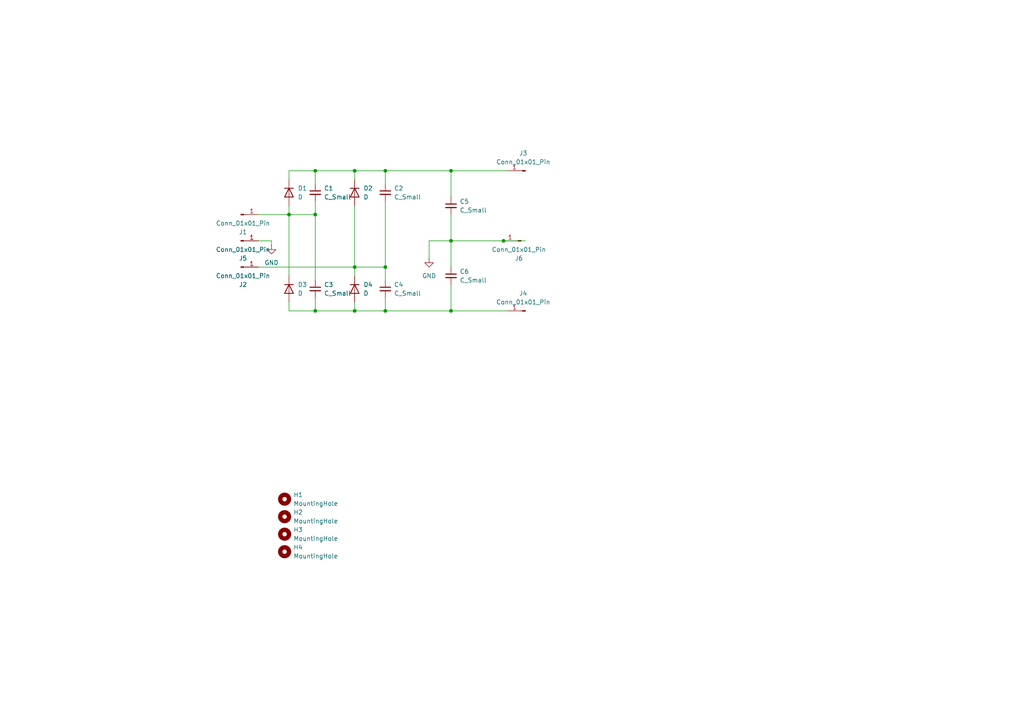
<source format=kicad_sch>
(kicad_sch (version 20231120) (generator "eeschema") (generator_version "8.0")
  (paper "A4")
  (lib_symbols
    (symbol "Connector:Conn_01x01_Pin" (pin_names (offset 1.016) hide)
      (property "Reference" "J" (at 0 2.54 0))
      (property "Value" "Conn_01x01_Pin" (at 0 -2.54 0))
      (symbol "Conn_01x01_Pin_1_1"
        (polyline (pts (xy 1.27 0) (xy 0.8636 0)) (stroke (width 0.1524)))
        (rectangle (start 0.8636 0.127) (end 0 -0.127) (stroke (width 0.1524)) (fill (type outline)))
        (pin passive line (at 5.08 0 180) (length 3.81) (name "Pin_1") (number "1"))
      )
    )
    (symbol "Device:C_Small" (pin_numbers hide) (pin_names (offset 0.254) hide)
      (property "Reference" "C" (at 0.254 1.778 0))
      (property "Value" "C_Small" (at 0.254 -2.032 0))
      (symbol "C_Small_0_1"
        (polyline (pts (xy -1.524 -0.508) (xy 1.524 -0.508)) (stroke (width 0.3302)))
        (polyline (pts (xy -1.524 0.508) (xy 1.524 0.508)) (stroke (width 0.3048)))
      )
      (symbol "C_Small_1_1"
        (pin passive line (at 0 2.54 270) (length 2.032) (name "~") (number "1"))
        (pin passive line (at 0 -2.54 90) (length 2.032) (name "~") (number "2"))
      )
    )
    (symbol "Device:D" (pin_numbers hide) (pin_names (offset 1.016) hide)
      (property "Reference" "D" (at 0 2.54 0))
      (property "Value" "D" (at 0 -2.54 0))
      (symbol "D_0_1"
        (polyline (pts (xy -1.27 1.27) (xy -1.27 -1.27)) (stroke (width 0.254)))
        (polyline (pts (xy 1.27 0) (xy -1.27 0)))
        (polyline (pts (xy 1.27 1.27) (xy 1.27 -1.27) (xy -1.27 0) (xy 1.27 1.27)) (stroke (width 0.254)))
      )
      (symbol "D_1_1"
        (pin passive line (at -3.81 0 0) (length 2.54) (name "K") (number "1"))
        (pin passive line (at 3.81 0 180) (length 2.54) (name "A") (number "2"))
      )
    )
    (symbol "Mechanical:MountingHole" (pin_names (offset 1.016)) (exclude_from_sim yes) (in_bom no)
      (property "Reference" "H" (at 0 5.08 0))
      (property "Value" "MountingHole" (at 0 3.175 0))
      (symbol "MountingHole_0_1"
        (circle (center 0 0) (radius 1.27) (stroke (width 1.27)))
      )
    )
    (symbol "power:GND" (power) (pin_numbers hide) (pin_names (offset 0) hide)
      (property "Value" "GND" (at 0 -3.81 0))
      (symbol "GND_0_1"
        (polyline (pts (xy 0 0) (xy 0 -1.27) (xy 1.27 -1.27) (xy 0 -2.54) (xy -1.27 -1.27) (xy 0 -1.27)))
      )
      (symbol "GND_1_1"
        (pin power_in line (at 0 0 270) (length 0) (name "~") (number "1"))
      )
    )
  )
  (junction (at 111.76 77.47))
  (junction (at 130.81 69.85))
  (junction (at 91.44 90.17))
  (junction (at 102.87 49.53))
  (junction (at 130.81 49.53))
  (junction (at 111.76 90.17))
  (junction (at 130.81 90.17))
  (junction (at 102.87 77.47))
  (junction (at 111.76 49.53))
  (junction (at 102.87 90.17))
  (junction (at 146.05 69.85))
  (junction (at 91.44 49.53))
  (junction (at 83.82 62.23))
  (junction (at 91.44 62.23))
  (wire (pts (xy 102.87 77.47) (xy 102.87 80.01)))
  (wire (pts (xy 91.44 86.36) (xy 91.44 90.17)))
  (wire (pts (xy 111.76 58.42) (xy 111.76 77.47)))
  (wire (pts (xy 111.76 90.17) (xy 130.81 90.17)))
  (wire (pts (xy 91.44 62.23) (xy 91.44 81.28)))
  (wire (pts (xy 146.05 69.85) (xy 130.81 69.85)))
  (wire (pts (xy 130.81 49.53) (xy 147.32 49.53)))
  (wire (pts (xy 83.82 62.23) (xy 83.82 80.01)))
  (wire (pts (xy 111.76 86.36) (xy 111.76 90.17)))
  (wire (pts (xy 130.81 82.55) (xy 130.81 90.17)))
  (wire (pts (xy 102.87 87.63) (xy 102.87 90.17)))
  (wire (pts (xy 74.93 62.23) (xy 83.82 62.23)))
  (wire (pts (xy 111.76 49.53) (xy 130.81 49.53)))
  (wire (pts (xy 130.81 69.85) (xy 124.46 69.85)))
  (wire (pts (xy 111.76 77.47) (xy 111.76 81.28)))
  (wire (pts (xy 83.82 90.17) (xy 91.44 90.17)))
  (wire (pts (xy 102.87 49.53) (xy 111.76 49.53)))
  (wire (pts (xy 83.82 52.07) (xy 83.82 49.53)))
  (wire (pts (xy 130.81 49.53) (xy 130.81 57.15)))
  (wire (pts (xy 130.81 69.85) (xy 130.81 77.47)))
  (wire (pts (xy 102.87 90.17) (xy 111.76 90.17)))
  (wire (pts (xy 130.81 90.17) (xy 147.32 90.17)))
  (wire (pts (xy 83.82 87.63) (xy 83.82 90.17)))
  (wire (pts (xy 91.44 58.42) (xy 91.44 62.23)))
  (wire (pts (xy 111.76 49.53) (xy 111.76 53.34)))
  (wire (pts (xy 78.74 69.85) (xy 78.74 71.12)))
  (wire (pts (xy 83.82 59.69) (xy 83.82 62.23)))
  (wire (pts (xy 111.76 77.47) (xy 102.87 77.47)))
  (wire (pts (xy 102.87 52.07) (xy 102.87 49.53)))
  (wire (pts (xy 74.93 77.47) (xy 102.87 77.47)))
  (wire (pts (xy 152.4 69.85) (xy 146.05 69.85)))
  (wire (pts (xy 91.44 62.23) (xy 83.82 62.23)))
  (wire (pts (xy 130.81 62.23) (xy 130.81 69.85)))
  (wire (pts (xy 74.93 69.85) (xy 78.74 69.85)))
  (wire (pts (xy 102.87 59.69) (xy 102.87 77.47)))
  (wire (pts (xy 124.46 69.85) (xy 124.46 74.93)))
  (wire (pts (xy 91.44 49.53) (xy 91.44 53.34)))
  (wire (pts (xy 91.44 49.53) (xy 102.87 49.53)))
  (wire (pts (xy 83.82 49.53) (xy 91.44 49.53)))
  (wire (pts (xy 91.44 90.17) (xy 102.87 90.17)))
  (symbol (lib_id "Connector:Conn_01x01_Pin") (at 69.85 62.23 0) (unit 1)
    (property "Reference" "J1" (at 70.485 67.31 0))
    (property "Value" "Conn_01x01_Pin" (at 70.485 64.77 0))
    (property "Footprint" "Library:Banana_2mm" (effects (hide yes)))
    (property "Description" "Generic connector, single row, 01x01, script generated" (effects (hide yes)))
  )
  (symbol (lib_id "Device:C_Small") (at 91.44 83.82 0) (unit 1) (in_bom no) (on_board no)
    (property "Reference" "C3" (at 93.98 82.5562 0) (effects (justify left)))
    (property "Value" "C_Small" (at 93.98 85.0962 0) (effects (justify left)))
    (property "Footprint" "Library:Capacitor-Plugin" (effects (hide yes)))
    (property "Description" "Unpolarized capacitor, small symbol" (effects (hide yes)))
  )
  (symbol (lib_id "Device:C_Small") (at 130.81 80.01 0) (unit 1)
    (property "Reference" "C6" (at 133.35 78.7462 0) (effects (justify left)))
    (property "Value" "C_Small" (at 133.35 81.2862 0) (effects (justify left)))
    (property "Footprint" "Library:Capacitor-Plugin_Electrolyte" (effects (hide yes)))
    (property "Description" "Unpolarized capacitor, small symbol" (effects (hide yes)))
  )
  (symbol (lib_id "Connector:Conn_01x01_Pin") (at 152.4 90.17 180) (unit 1)
    (property "Reference" "J4" (at 151.765 85.09 0))
    (property "Value" "Conn_01x01_Pin" (at 151.765 87.63 0))
    (property "Footprint" "Library:Banana_2mm" (effects (hide yes)))
    (property "Description" "Generic connector, single row, 01x01, script generated" (effects (hide yes)))
  )
  (symbol (lib_id "Connector:Conn_01x01_Pin") (at 69.85 69.85 0) (unit 1)
    (property "Reference" "J5" (at 70.485 74.93 0))
    (property "Value" "Conn_01x01_Pin" (at 70.485 72.39 0))
    (property "Footprint" "Library:Banana_2mm" (effects (hide yes)))
    (property "Description" "Generic connector, single row, 01x01, script generated" (effects (hide yes)))
  )
  (symbol (lib_id "Device:D") (at 83.82 83.82 270) (unit 1)
    (property "Reference" "D3" (at 86.36 82.5499 90) (effects (justify left)))
    (property "Value" "D" (at 86.36 85.0899 90) (effects (justify left)))
    (property "Footprint" "Library:Diode-Plugin" (effects (hide yes)))
    (property "Description" "Diode" (effects (hide yes)))
    (property "Sim.Device" "D" (effects (hide yes)))
    (property "Sim.Pins" "1=K 2=A" (effects (hide yes)))
  )
  (symbol (lib_id "Device:D") (at 102.87 83.82 270) (unit 1)
    (property "Reference" "D4" (at 105.41 82.5499 90) (effects (justify left)))
    (property "Value" "D" (at 105.41 85.0899 90) (effects (justify left)))
    (property "Footprint" "Library:Diode-Plugin" (effects (hide yes)))
    (property "Description" "Diode" (effects (hide yes)))
    (property "Sim.Device" "D" (effects (hide yes)))
    (property "Sim.Pins" "1=K 2=A" (effects (hide yes)))
  )
  (symbol (lib_id "power:GND") (at 78.74 71.12 0) (unit 1)
    (property "Reference" "#PWR01" (effects (hide yes)))
    (property "Value" "GND" (at 78.74 76.2 0))
    (property "Description" "Power symbol creates a global label with name \"GND\" , ground" (effects (hide yes)))
  )
  (symbol (lib_id "Device:C_Small") (at 111.76 55.88 0) (unit 1) (in_bom no) (on_board no)
    (property "Reference" "C2" (at 114.3 54.6162 0) (effects (justify left)))
    (property "Value" "C_Small" (at 114.3 57.1562 0) (effects (justify left)))
    (property "Footprint" "Library:Capacitor-Plugin" (effects (hide yes)))
    (property "Description" "Unpolarized capacitor, small symbol" (effects (hide yes)))
  )
  (symbol (lib_id "Device:D") (at 102.87 55.88 270) (unit 1)
    (property "Reference" "D2" (at 105.41 54.6099 90) (effects (justify left)))
    (property "Value" "D" (at 105.41 57.1499 90) (effects (justify left)))
    (property "Footprint" "Library:Diode-Plugin" (effects (hide yes)))
    (property "Description" "Diode" (effects (hide yes)))
    (property "Sim.Device" "D" (effects (hide yes)))
    (property "Sim.Pins" "1=K 2=A" (effects (hide yes)))
  )
  (symbol (lib_id "Mechanical:MountingHole") (at 82.55 160.02 0) (unit 1) (exclude_from_sim yes) (in_bom no)
    (property "Reference" "H4" (at 85.09 158.7499 0) (effects (justify left)))
    (property "Value" "MountingHole" (at 85.09 161.2899 0) (effects (justify left)))
    (property "Footprint" "MountingHole:MountingHole_3.2mm_M3_Pad" (effects (hide yes)))
    (property "Description" "Mounting Hole without connection" (effects (hide yes)))
  )
  (symbol (lib_id "Connector:Conn_01x01_Pin") (at 152.4 49.53 180) (unit 1)
    (property "Reference" "J3" (at 151.765 44.45 0))
    (property "Value" "Conn_01x01_Pin" (at 151.765 46.99 0))
    (property "Footprint" "Library:Banana_2mm" (effects (hide yes)))
    (property "Description" "Generic connector, single row, 01x01, script generated" (effects (hide yes)))
  )
  (symbol (lib_id "Device:C_Small") (at 111.76 83.82 0) (unit 1) (in_bom no) (on_board no)
    (property "Reference" "C4" (at 114.3 82.5562 0) (effects (justify left)))
    (property "Value" "C_Small" (at 114.3 85.0962 0) (effects (justify left)))
    (property "Footprint" "Library:Capacitor-Plugin" (effects (hide yes)))
    (property "Description" "Unpolarized capacitor, small symbol" (effects (hide yes)))
  )
  (symbol (lib_id "Device:C_Small") (at 130.81 59.69 0) (unit 1)
    (property "Reference" "C5" (at 133.35 58.4262 0) (effects (justify left)))
    (property "Value" "C_Small" (at 133.35 60.9662 0) (effects (justify left)))
    (property "Footprint" "Library:Capacitor-Plugin_Electrolyte" (effects (hide yes)))
    (property "Description" "Unpolarized capacitor, small symbol" (effects (hide yes)))
  )
  (symbol (lib_id "Mechanical:MountingHole") (at 82.55 149.86 0) (unit 1) (exclude_from_sim yes) (in_bom no)
    (property "Reference" "H2" (at 85.09 148.5899 0) (effects (justify left)))
    (property "Value" "MountingHole" (at 85.09 151.1299 0) (effects (justify left)))
    (property "Footprint" "MountingHole:MountingHole_3.2mm_M3_Pad" (effects (hide yes)))
    (property "Description" "Mounting Hole without connection" (effects (hide yes)))
  )
  (symbol (lib_id "Mechanical:MountingHole") (at 82.55 144.78 0) (unit 1) (exclude_from_sim yes) (in_bom no)
    (property "Reference" "H1" (at 85.09 143.5099 0) (effects (justify left)))
    (property "Value" "MountingHole" (at 85.09 146.0499 0) (effects (justify left)))
    (property "Footprint" "MountingHole:MountingHole_3.2mm_M3_Pad" (effects (hide yes)))
    (property "Description" "Mounting Hole without connection" (effects (hide yes)))
  )
  (symbol (lib_id "Connector:Conn_01x01_Pin") (at 151.13 69.85 0) (mirror y) (unit 1)
    (property "Reference" "J6" (at 150.495 74.93 0))
    (property "Value" "Conn_01x01_Pin" (at 150.495 72.39 0))
    (property "Footprint" "Library:Banana_2mm" (effects (hide yes)))
    (property "Description" "Generic connector, single row, 01x01, script generated" (effects (hide yes)))
  )
  (symbol (lib_id "power:GND") (at 124.46 74.93 0) (mirror y) (unit 1)
    (property "Reference" "#PWR02" (effects (hide yes)))
    (property "Value" "GND" (at 124.46 80.01 0))
    (property "Description" "Power symbol creates a global label with name \"GND\" , ground" (effects (hide yes)))
  )
  (symbol (lib_id "Connector:Conn_01x01_Pin") (at 69.85 77.47 0) (unit 1)
    (property "Reference" "J2" (at 70.485 82.55 0))
    (property "Value" "Conn_01x01_Pin" (at 70.485 80.01 0))
    (property "Footprint" "Library:Banana_2mm" (effects (hide yes)))
    (property "Description" "Generic connector, single row, 01x01, script generated" (effects (hide yes)))
  )
  (symbol (lib_id "Device:C_Small") (at 91.44 55.88 0) (unit 1) (in_bom no) (on_board no)
    (property "Reference" "C1" (at 93.98 54.6162 0) (effects (justify left)))
    (property "Value" "C_Small" (at 93.98 57.1562 0) (effects (justify left)))
    (property "Footprint" "Library:Capacitor-Plugin" (effects (hide yes)))
    (property "Description" "Unpolarized capacitor, small symbol" (effects (hide yes)))
  )
  (symbol (lib_id "Device:D") (at 83.82 55.88 270) (unit 1)
    (property "Reference" "D1" (at 86.36 54.6099 90) (effects (justify left)))
    (property "Value" "D" (at 86.36 57.1499 90) (effects (justify left)))
    (property "Footprint" "Library:Diode-Plugin" (effects (hide yes)))
    (property "Description" "Diode" (effects (hide yes)))
    (property "Sim.Device" "D" (effects (hide yes)))
    (property "Sim.Pins" "1=K 2=A" (effects (hide yes)))
  )
  (symbol (lib_id "Mechanical:MountingHole") (at 82.55 154.94 0) (unit 1) (exclude_from_sim yes) (in_bom no)
    (property "Reference" "H3" (at 85.09 153.6699 0) (effects (justify left)))
    (property "Value" "MountingHole" (at 85.09 156.2099 0) (effects (justify left)))
    (property "Footprint" "MountingHole:MountingHole_3.2mm_M3_Pad" (effects (hide yes)))
    (property "Description" "Mounting Hole without connection" (effects (hide yes)))
  )
)
</source>
